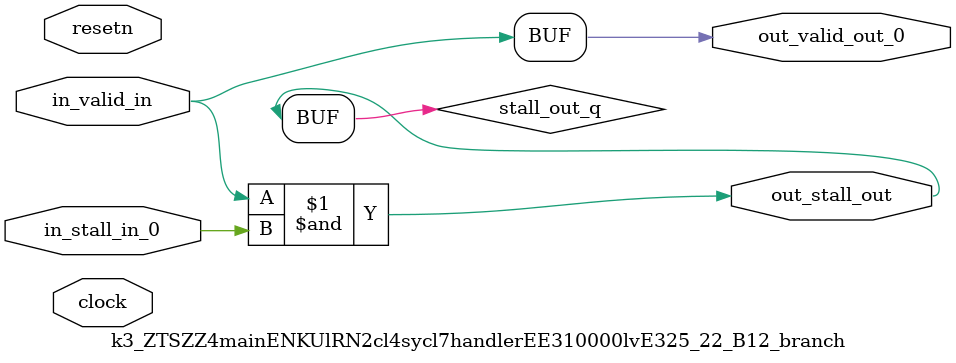
<source format=sv>



(* altera_attribute = "-name AUTO_SHIFT_REGISTER_RECOGNITION OFF; -name MESSAGE_DISABLE 10036; -name MESSAGE_DISABLE 10037; -name MESSAGE_DISABLE 14130; -name MESSAGE_DISABLE 14320; -name MESSAGE_DISABLE 15400; -name MESSAGE_DISABLE 14130; -name MESSAGE_DISABLE 10036; -name MESSAGE_DISABLE 12020; -name MESSAGE_DISABLE 12030; -name MESSAGE_DISABLE 12010; -name MESSAGE_DISABLE 12110; -name MESSAGE_DISABLE 14320; -name MESSAGE_DISABLE 13410; -name MESSAGE_DISABLE 113007; -name MESSAGE_DISABLE 10958" *)
module k3_ZTSZZ4mainENKUlRN2cl4sycl7handlerEE310000lvE325_22_B12_branch (
    input wire [0:0] in_stall_in_0,
    input wire [0:0] in_valid_in,
    output wire [0:0] out_stall_out,
    output wire [0:0] out_valid_out_0,
    input wire clock,
    input wire resetn
    );

    wire [0:0] stall_out_q;


    // stall_out(LOGICAL,6)
    assign stall_out_q = in_valid_in & in_stall_in_0;

    // out_stall_out(GPOUT,4)
    assign out_stall_out = stall_out_q;

    // out_valid_out_0(GPOUT,5)
    assign out_valid_out_0 = in_valid_in;

endmodule

</source>
